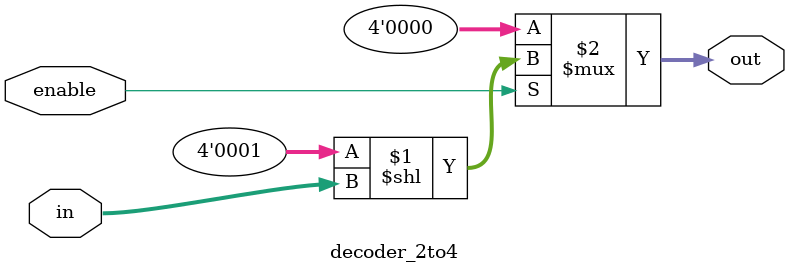
<source format=v>
module decoder_2to4 (
    input  [1:0] in,
    input        enable,
    output [3:0] out
);
    assign out = (enable) ? (4'b0001 << in) : 4'b0000;
endmodule

</source>
